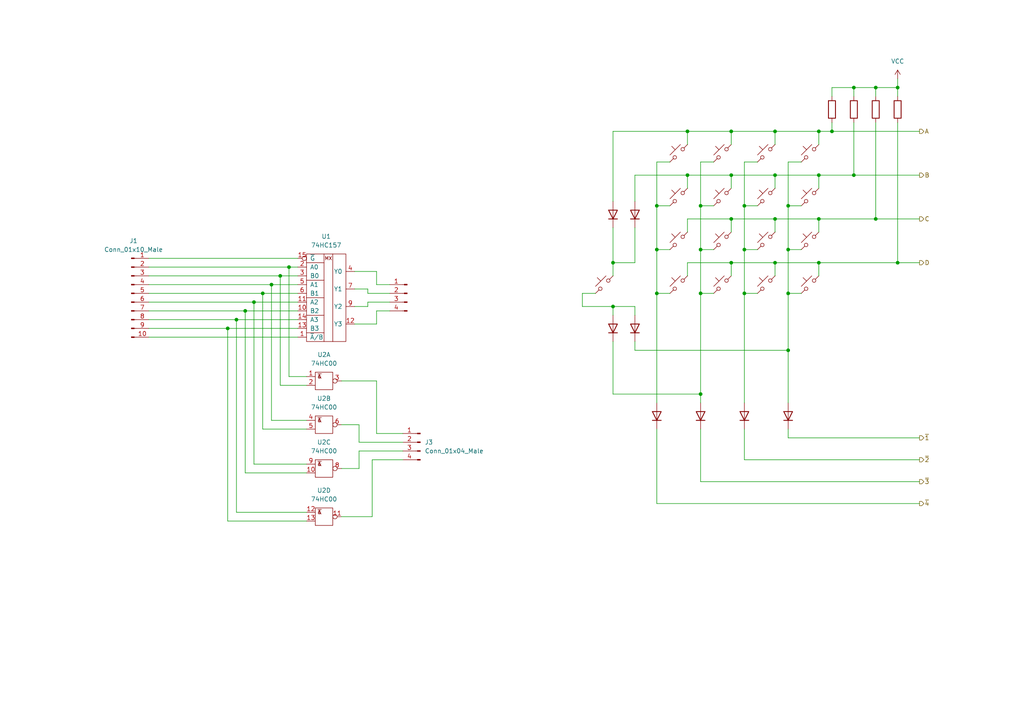
<source format=kicad_sch>
(kicad_sch (version 20211123) (generator eeschema)
  (paper "A4")
  (lib_symbols
    (symbol "74IEC:74HC00" (pin_names (offset 1.016) hide)
      (property "Reference" "U" (at 0 3.81 0))
      (property "Value" "74HC00" (at 0 -3.81 0))
      (symbol "74HC00_0_0"
        (rectangle (start -2.54 -2.54) (end 2.54 2.54))
        (text "~{&}" (at -1.27 1.27 0) (effects (font (size 1 1))))
      )
      (symbol "74HC00_0_1"
        (pin power_in line (at 2.54 2.54 180) (length 0) hide (name "VCC") (number "14"))
        (pin power_in line (at 2.54 -2.54 180) (length 0) hide (name "GND") (number "7"))
      )
      (symbol "74HC00_1_1"
        (pin input line (at -5.08 1.27 0) (length 2.54) (name "A") (number "1"))
        (pin input line (at -5.08 -1.27 0) (length 2.54) (name "B") (number "2"))
        (pin output inverted (at 5.08 0 180) (length 2.54) (name "~{Y}") (number "3"))
      )
      (symbol "74HC00_2_1"
        (pin input line (at -5.08 1.27 0) (length 2.54) (name "A") (number "4"))
        (pin input line (at -5.08 -1.27 0) (length 2.54) (name "B") (number "5"))
        (pin output inverted (at 5.08 0 180) (length 2.54) (name "~{Y}") (number "6"))
      )
      (symbol "74HC00_3_1"
        (pin input line (at -5.08 -1.27 0) (length 2.54) (name "B") (number "10"))
        (pin output inverted (at 5.08 0 180) (length 2.54) (name "~{Y}") (number "8"))
        (pin input line (at -5.08 1.27 0) (length 2.54) (name "A") (number "9"))
      )
      (symbol "74HC00_4_1"
        (pin output inverted (at 5.08 0 180) (length 2.54) (name "~{Y}") (number "11"))
        (pin input line (at -5.08 1.27 0) (length 2.54) (name "A") (number "12"))
        (pin input line (at -5.08 -1.27 0) (length 2.54) (name "B") (number "13"))
      )
    )
    (symbol "74IEC:74HC157" (pin_names (offset 1.016))
      (property "Reference" "U" (at 0 13.97 0))
      (property "Value" "74HC157" (at 0 -13.97 0))
      (symbol "74HC157_0_0"
        (text "MX" (at 0 11.43 0) (effects (font (size 1 1))))
      )
      (symbol "74HC157_0_1"
        (rectangle (start -6.35 -12.7) (end 5.08 12.7))
        (polyline (pts (xy -6.35 -10.16) (xy -1.27 -10.16)))
        (polyline (pts (xy -6.35 -5.08) (xy -1.27 -5.08)))
        (polyline (pts (xy -6.35 5.08) (xy -1.27 5.08)))
        (polyline (pts (xy -6.35 10.16) (xy -1.27 10.16)))
        (polyline (pts (xy -1.27 0) (xy -6.35 0)))
        (polyline (pts (xy -1.27 12.7) (xy -1.27 -12.7)))
        (polyline (pts (xy 1.27 -12.7) (xy 1.27 12.7)))
        (pin power_in line (at 5.08 12.7 180) (length 0) hide (name "VCC") (number "16"))
        (pin power_in line (at 5.08 -12.7 180) (length 0) hide (name "GND") (number "8"))
      )
      (symbol "74HC157_1_1"
        (pin input line (at -8.89 -11.43 0) (length 2.54) (name "~{A}/B") (number "1"))
        (pin input line (at -8.89 -3.81 0) (length 2.54) (name "B2") (number "10"))
        (pin input line (at -8.89 -1.27 0) (length 2.54) (name "A2") (number "11"))
        (pin output line (at 7.62 -7.62 180) (length 2.54) (name "Y3") (number "12"))
        (pin input line (at -8.89 -8.89 0) (length 2.54) (name "B3") (number "13"))
        (pin input line (at -8.89 -6.35 0) (length 2.54) (name "A3") (number "14"))
        (pin input inverted (at -8.89 11.43 0) (length 2.54) (name "~{G}") (number "15"))
        (pin input line (at -8.89 8.89 0) (length 2.54) (name "A0") (number "2"))
        (pin input line (at -8.89 6.35 0) (length 2.54) (name "B0") (number "3"))
        (pin output line (at 7.62 7.62 180) (length 2.54) (name "Y0") (number "4"))
        (pin input line (at -8.89 3.81 0) (length 2.54) (name "A1") (number "5"))
        (pin input line (at -8.89 1.27 0) (length 2.54) (name "B1") (number "6"))
        (pin output line (at 7.62 2.54 180) (length 2.54) (name "Y1") (number "7"))
        (pin output line (at 7.62 -2.54 180) (length 2.54) (name "Y2") (number "9"))
      )
    )
    (symbol "Connector:Conn_01x04_Male" (pin_names (offset 1.016) hide)
      (property "Reference" "J" (at 0 5.08 0))
      (property "Value" "Conn_01x04_Male" (at 0 -7.62 0))
      (symbol "Conn_01x04_Male_1_1"
        (polyline (pts (xy 1.27 -5.08) (xy 0.8636 -5.08)) (stroke (width 0.1524)))
        (polyline (pts (xy 1.27 -2.54) (xy 0.8636 -2.54)) (stroke (width 0.1524)))
        (polyline (pts (xy 1.27 0) (xy 0.8636 0)) (stroke (width 0.1524)))
        (polyline (pts (xy 1.27 2.54) (xy 0.8636 2.54)) (stroke (width 0.1524)))
        (rectangle (start 0.8636 -4.953) (end 0 -5.207) (stroke (width 0.1524)) (fill (type outline)))
        (rectangle (start 0.8636 -2.413) (end 0 -2.667) (stroke (width 0.1524)) (fill (type outline)))
        (rectangle (start 0.8636 0.127) (end 0 -0.127) (stroke (width 0.1524)) (fill (type outline)))
        (rectangle (start 0.8636 2.667) (end 0 2.413) (stroke (width 0.1524)) (fill (type outline)))
        (pin passive line (at 5.08 2.54 180) (length 3.81) (name "Pin_1") (number "1"))
        (pin passive line (at 5.08 0 180) (length 3.81) (name "Pin_2") (number "2"))
        (pin passive line (at 5.08 -2.54 180) (length 3.81) (name "Pin_3") (number "3"))
        (pin passive line (at 5.08 -5.08 180) (length 3.81) (name "Pin_4") (number "4"))
      )
    )
    (symbol "Connector:Conn_01x10_Male" (pin_names (offset 1.016) hide)
      (property "Reference" "J" (at 0 12.7 0))
      (property "Value" "Conn_01x10_Male" (at 0 -15.24 0))
      (symbol "Conn_01x10_Male_1_1"
        (polyline (pts (xy 1.27 -12.7) (xy 0.8636 -12.7)) (stroke (width 0.1524)))
        (polyline (pts (xy 1.27 -10.16) (xy 0.8636 -10.16)) (stroke (width 0.1524)))
        (polyline (pts (xy 1.27 -7.62) (xy 0.8636 -7.62)) (stroke (width 0.1524)))
        (polyline (pts (xy 1.27 -5.08) (xy 0.8636 -5.08)) (stroke (width 0.1524)))
        (polyline (pts (xy 1.27 -2.54) (xy 0.8636 -2.54)) (stroke (width 0.1524)))
        (polyline (pts (xy 1.27 0) (xy 0.8636 0)) (stroke (width 0.1524)))
        (polyline (pts (xy 1.27 2.54) (xy 0.8636 2.54)) (stroke (width 0.1524)))
        (polyline (pts (xy 1.27 5.08) (xy 0.8636 5.08)) (stroke (width 0.1524)))
        (polyline (pts (xy 1.27 7.62) (xy 0.8636 7.62)) (stroke (width 0.1524)))
        (polyline (pts (xy 1.27 10.16) (xy 0.8636 10.16)) (stroke (width 0.1524)))
        (rectangle (start 0.8636 -12.573) (end 0 -12.827) (stroke (width 0.1524)) (fill (type outline)))
        (rectangle (start 0.8636 -10.033) (end 0 -10.287) (stroke (width 0.1524)) (fill (type outline)))
        (rectangle (start 0.8636 -7.493) (end 0 -7.747) (stroke (width 0.1524)) (fill (type outline)))
        (rectangle (start 0.8636 -4.953) (end 0 -5.207) (stroke (width 0.1524)) (fill (type outline)))
        (rectangle (start 0.8636 -2.413) (end 0 -2.667) (stroke (width 0.1524)) (fill (type outline)))
        (rectangle (start 0.8636 0.127) (end 0 -0.127) (stroke (width 0.1524)) (fill (type outline)))
        (rectangle (start 0.8636 2.667) (end 0 2.413) (stroke (width 0.1524)) (fill (type outline)))
        (rectangle (start 0.8636 5.207) (end 0 4.953) (stroke (width 0.1524)) (fill (type outline)))
        (rectangle (start 0.8636 7.747) (end 0 7.493) (stroke (width 0.1524)) (fill (type outline)))
        (rectangle (start 0.8636 10.287) (end 0 10.033) (stroke (width 0.1524)) (fill (type outline)))
        (pin passive line (at 5.08 10.16 180) (length 3.81) (name "Pin_1") (number "1"))
        (pin passive line (at 5.08 -12.7 180) (length 3.81) (name "Pin_10") (number "10"))
        (pin passive line (at 5.08 7.62 180) (length 3.81) (name "Pin_2") (number "2"))
        (pin passive line (at 5.08 5.08 180) (length 3.81) (name "Pin_3") (number "3"))
        (pin passive line (at 5.08 2.54 180) (length 3.81) (name "Pin_4") (number "4"))
        (pin passive line (at 5.08 0 180) (length 3.81) (name "Pin_5") (number "5"))
        (pin passive line (at 5.08 -2.54 180) (length 3.81) (name "Pin_6") (number "6"))
        (pin passive line (at 5.08 -5.08 180) (length 3.81) (name "Pin_7") (number "7"))
        (pin passive line (at 5.08 -7.62 180) (length 3.81) (name "Pin_8") (number "8"))
        (pin passive line (at 5.08 -10.16 180) (length 3.81) (name "Pin_9") (number "9"))
      )
    )
    (symbol "Device:R" (pin_numbers hide) (pin_names (offset 0))
      (property "Reference" "R" (at 2.032 0 90))
      (property "Value" "R" (at 0 0 90))
      (symbol "R_0_1"
        (rectangle (start -1.016 -2.54) (end 1.016 2.54) (stroke (width 0.254)))
      )
      (symbol "R_1_1"
        (pin passive line (at 0 3.81 270) (length 1.27) (name "~") (number "1"))
        (pin passive line (at 0 -3.81 90) (length 1.27) (name "~") (number "2"))
      )
    )
    (symbol "Simulation_SPICE:DIODE" (pin_numbers hide) (pin_names (offset 1.016) hide)
      (property "Reference" "D" (at 0 2.54 0))
      (property "Value" "DIODE" (at 0 -2.54 0))
      (symbol "DIODE_0_1"
        (polyline (pts (xy 1.27 0) (xy -1.27 0)))
        (polyline (pts (xy 1.27 1.27) (xy 1.27 -1.27)) (stroke (width 0.254)))
        (polyline (pts (xy -1.27 -1.27) (xy -1.27 1.27) (xy 1.27 0) (xy -1.27 -1.27)) (stroke (width 0.254)))
      )
      (symbol "DIODE_1_1"
        (pin passive line (at -3.81 0 0) (length 2.54) (name "A") (number "1"))
        (pin passive line (at 3.81 0 180) (length 2.54) (name "K") (number "2"))
      )
    )
    (symbol "Switch:SW_Push_45deg" (pin_numbers hide) (pin_names (offset 1.016) hide)
      (property "Reference" "SW" (at 3.048 1.016 0))
      (property "Value" "SW_Push_45deg" (at 0 -3.81 0))
      (symbol "SW_Push_45deg_0_1"
        (circle (center -1.1684 1.1684) (radius 0.508))
        (polyline (pts (xy -0.508 2.54) (xy 2.54 -0.508)))
        (polyline (pts (xy 1.016 1.016) (xy 2.032 2.032)))
        (polyline (pts (xy -2.54 2.54) (xy -1.524 1.524) (xy -1.524 1.524)))
        (polyline (pts (xy 1.524 -1.524) (xy 2.54 -2.54) (xy 2.54 -2.54) (xy 2.54 -2.54)))
        (circle (center 1.143 -1.1938) (radius 0.508))
        (pin passive line (at -2.54 2.54 0) (length 0) (name "1") (number "1"))
        (pin passive line (at 2.54 -2.54 180) (length 0) (name "2") (number "2"))
      )
    )
    (symbol "power:VCC" (power) (pin_names (offset 0))
      (property "Value" "VCC" (at 0 3.81 0))
      (symbol "VCC_0_1"
        (polyline (pts (xy -0.762 1.27) (xy 0 2.54)))
        (polyline (pts (xy 0 0) (xy 0 2.54)))
        (polyline (pts (xy 0 2.54) (xy 0.762 1.27)))
      )
      (symbol "VCC_1_1"
        (pin power_in line (at 0 0 90) (length 0) hide (name "VCC") (number "1"))
      )
    )
  )
  (junction (at 254 25.4))
  (junction (at 190.5 72.39))
  (junction (at 237.49 63.5))
  (junction (at 228.6 72.39))
  (junction (at 76.2 85.09))
  (junction (at 215.9 72.39))
  (junction (at 203.2 85.09))
  (junction (at 177.8 76.2))
  (junction (at 177.8 88.9))
  (junction (at 199.39 38.1))
  (junction (at 260.35 25.4))
  (junction (at 66.04 95.25))
  (junction (at 78.74 82.55))
  (junction (at 212.09 76.2))
  (junction (at 190.5 59.69))
  (junction (at 228.6 101.6))
  (junction (at 224.79 38.1))
  (junction (at 224.79 76.2))
  (junction (at 68.58 92.71))
  (junction (at 203.2 114.3))
  (junction (at 260.35 76.2))
  (junction (at 215.9 85.09))
  (junction (at 83.82 77.47))
  (junction (at 254 63.5))
  (junction (at 199.39 50.8))
  (junction (at 224.79 50.8))
  (junction (at 237.49 76.2))
  (junction (at 237.49 38.1))
  (junction (at 81.28 80.01))
  (junction (at 73.66 87.63))
  (junction (at 190.5 85.09))
  (junction (at 212.09 38.1))
  (junction (at 203.2 59.69))
  (junction (at 215.9 59.69))
  (junction (at 71.12 90.17))
  (junction (at 212.09 63.5))
  (junction (at 228.6 59.69))
  (junction (at 212.09 50.8))
  (junction (at 247.65 25.4))
  (junction (at 203.2 72.39))
  (junction (at 247.65 50.8))
  (junction (at 241.3 38.1))
  (junction (at 237.49 50.8))
  (junction (at 224.79 63.5))
  (junction (at 228.6 85.09))
  (wire (pts (xy 88.9 151.13) (xy 66.04 151.13)))
  (wire (pts (xy 260.35 25.4) (xy 260.35 27.94)))
  (wire (pts (xy 237.49 76.2) (xy 260.35 76.2)))
  (wire (pts (xy 254 63.5) (xy 266.7 63.5)))
  (wire (pts (xy 88.9 148.59) (xy 68.58 148.59)))
  (wire (pts (xy 88.9 121.92) (xy 78.74 121.92)))
  (wire (pts (xy 168.91 85.09) (xy 168.91 88.9)))
  (wire (pts (xy 109.22 90.17) (xy 113.03 90.17)))
  (wire (pts (xy 107.95 133.35) (xy 116.84 133.35)))
  (wire (pts (xy 71.12 90.17) (xy 86.36 90.17)))
  (wire (pts (xy 228.6 46.99) (xy 228.6 59.69)))
  (wire (pts (xy 104.14 128.27) (xy 116.84 128.27)))
  (wire (pts (xy 215.9 59.69) (xy 219.71 59.69)))
  (wire (pts (xy 99.06 135.89) (xy 104.14 135.89)))
  (wire (pts (xy 254 35.56) (xy 254 63.5)))
  (wire (pts (xy 109.22 82.55) (xy 113.03 82.55)))
  (wire (pts (xy 177.8 99.06) (xy 177.8 114.3)))
  (wire (pts (xy 199.39 38.1) (xy 212.09 38.1)))
  (wire (pts (xy 43.18 92.71) (xy 68.58 92.71)))
  (wire (pts (xy 237.49 63.5) (xy 237.49 67.31)))
  (wire (pts (xy 43.18 77.47) (xy 83.82 77.47)))
  (wire (pts (xy 190.5 46.99) (xy 190.5 59.69)))
  (wire (pts (xy 224.79 76.2) (xy 237.49 76.2)))
  (wire (pts (xy 203.2 139.7) (xy 266.7 139.7)))
  (wire (pts (xy 106.68 88.9) (xy 106.68 87.63)))
  (wire (pts (xy 203.2 59.69) (xy 203.2 72.39)))
  (wire (pts (xy 194.31 46.99) (xy 190.5 46.99)))
  (wire (pts (xy 215.9 46.99) (xy 219.71 46.99)))
  (wire (pts (xy 199.39 50.8) (xy 212.09 50.8)))
  (wire (pts (xy 203.2 72.39) (xy 203.2 85.09)))
  (wire (pts (xy 78.74 121.92) (xy 78.74 82.55)))
  (wire (pts (xy 215.9 72.39) (xy 215.9 85.09)))
  (wire (pts (xy 228.6 72.39) (xy 232.41 72.39)))
  (wire (pts (xy 109.22 93.98) (xy 109.22 90.17)))
  (wire (pts (xy 106.68 83.82) (xy 106.68 85.09)))
  (wire (pts (xy 43.18 97.79) (xy 86.36 97.79)))
  (wire (pts (xy 104.14 130.81) (xy 116.84 130.81)))
  (wire (pts (xy 109.22 110.49) (xy 109.22 125.73)))
  (wire (pts (xy 68.58 92.71) (xy 86.36 92.71)))
  (wire (pts (xy 203.2 59.69) (xy 207.01 59.69)))
  (wire (pts (xy 199.39 80.01) (xy 199.39 76.2)))
  (wire (pts (xy 247.65 25.4) (xy 254 25.4)))
  (wire (pts (xy 212.09 76.2) (xy 212.09 80.01)))
  (wire (pts (xy 241.3 27.94) (xy 241.3 25.4)))
  (wire (pts (xy 228.6 101.6) (xy 228.6 116.84)))
  (wire (pts (xy 237.49 76.2) (xy 237.49 80.01)))
  (wire (pts (xy 215.9 46.99) (xy 215.9 59.69)))
  (wire (pts (xy 199.39 38.1) (xy 177.8 38.1)))
  (wire (pts (xy 247.65 25.4) (xy 247.65 27.94)))
  (wire (pts (xy 184.15 66.04) (xy 184.15 76.2)))
  (wire (pts (xy 43.18 82.55) (xy 78.74 82.55)))
  (wire (pts (xy 241.3 35.56) (xy 241.3 38.1)))
  (wire (pts (xy 190.5 85.09) (xy 190.5 116.84)))
  (wire (pts (xy 203.2 85.09) (xy 203.2 114.3)))
  (wire (pts (xy 224.79 76.2) (xy 224.79 80.01)))
  (wire (pts (xy 73.66 87.63) (xy 86.36 87.63)))
  (wire (pts (xy 83.82 109.22) (xy 83.82 77.47)))
  (wire (pts (xy 99.06 110.49) (xy 109.22 110.49)))
  (wire (pts (xy 66.04 151.13) (xy 66.04 95.25)))
  (wire (pts (xy 260.35 22.86) (xy 260.35 25.4)))
  (wire (pts (xy 73.66 134.62) (xy 73.66 87.63)))
  (wire (pts (xy 228.6 59.69) (xy 232.41 59.69)))
  (wire (pts (xy 106.68 87.63) (xy 113.03 87.63)))
  (wire (pts (xy 212.09 63.5) (xy 224.79 63.5)))
  (wire (pts (xy 237.49 38.1) (xy 241.3 38.1)))
  (wire (pts (xy 247.65 50.8) (xy 266.7 50.8)))
  (wire (pts (xy 215.9 133.35) (xy 266.7 133.35)))
  (wire (pts (xy 224.79 67.31) (xy 224.79 63.5)))
  (wire (pts (xy 177.8 66.04) (xy 177.8 76.2)))
  (wire (pts (xy 224.79 50.8) (xy 237.49 50.8)))
  (wire (pts (xy 184.15 88.9) (xy 184.15 91.44)))
  (wire (pts (xy 102.87 88.9) (xy 106.68 88.9)))
  (wire (pts (xy 109.22 125.73) (xy 116.84 125.73)))
  (wire (pts (xy 78.74 82.55) (xy 86.36 82.55)))
  (wire (pts (xy 43.18 90.17) (xy 71.12 90.17)))
  (wire (pts (xy 71.12 137.16) (xy 71.12 90.17)))
  (wire (pts (xy 190.5 85.09) (xy 194.31 85.09)))
  (wire (pts (xy 212.09 76.2) (xy 224.79 76.2)))
  (wire (pts (xy 228.6 85.09) (xy 232.41 85.09)))
  (wire (pts (xy 102.87 83.82) (xy 106.68 83.82)))
  (wire (pts (xy 172.72 85.09) (xy 168.91 85.09)))
  (wire (pts (xy 215.9 85.09) (xy 219.71 85.09)))
  (wire (pts (xy 184.15 76.2) (xy 177.8 76.2)))
  (wire (pts (xy 212.09 50.8) (xy 224.79 50.8)))
  (wire (pts (xy 99.06 149.86) (xy 107.95 149.86)))
  (wire (pts (xy 43.18 85.09) (xy 76.2 85.09)))
  (wire (pts (xy 168.91 88.9) (xy 177.8 88.9)))
  (wire (pts (xy 224.79 50.8) (xy 224.79 54.61)))
  (wire (pts (xy 254 25.4) (xy 254 27.94)))
  (wire (pts (xy 76.2 124.46) (xy 76.2 85.09)))
  (wire (pts (xy 177.8 38.1) (xy 177.8 58.42)))
  (wire (pts (xy 212.09 50.8) (xy 212.09 54.61)))
  (wire (pts (xy 184.15 99.06) (xy 184.15 101.6)))
  (wire (pts (xy 203.2 124.46) (xy 203.2 139.7)))
  (wire (pts (xy 184.15 50.8) (xy 184.15 58.42)))
  (wire (pts (xy 99.06 123.19) (xy 104.14 123.19)))
  (wire (pts (xy 207.01 46.99) (xy 203.2 46.99)))
  (wire (pts (xy 224.79 38.1) (xy 224.79 41.91)))
  (wire (pts (xy 104.14 135.89) (xy 104.14 130.81)))
  (wire (pts (xy 228.6 85.09) (xy 228.6 101.6)))
  (wire (pts (xy 224.79 63.5) (xy 237.49 63.5)))
  (wire (pts (xy 237.49 63.5) (xy 254 63.5)))
  (wire (pts (xy 203.2 85.09) (xy 207.01 85.09)))
  (wire (pts (xy 83.82 77.47) (xy 86.36 77.47)))
  (wire (pts (xy 254 25.4) (xy 260.35 25.4)))
  (wire (pts (xy 88.9 124.46) (xy 76.2 124.46)))
  (wire (pts (xy 199.39 76.2) (xy 212.09 76.2)))
  (wire (pts (xy 88.9 109.22) (xy 83.82 109.22)))
  (wire (pts (xy 88.9 137.16) (xy 71.12 137.16)))
  (wire (pts (xy 43.18 74.93) (xy 86.36 74.93)))
  (wire (pts (xy 106.68 85.09) (xy 113.03 85.09)))
  (wire (pts (xy 190.5 59.69) (xy 190.5 72.39)))
  (wire (pts (xy 237.49 50.8) (xy 247.65 50.8)))
  (wire (pts (xy 212.09 38.1) (xy 212.09 41.91)))
  (wire (pts (xy 76.2 85.09) (xy 86.36 85.09)))
  (wire (pts (xy 247.65 35.56) (xy 247.65 50.8)))
  (wire (pts (xy 260.35 76.2) (xy 266.7 76.2)))
  (wire (pts (xy 102.87 78.74) (xy 109.22 78.74)))
  (wire (pts (xy 81.28 111.76) (xy 81.28 80.01)))
  (wire (pts (xy 177.8 114.3) (xy 203.2 114.3)))
  (wire (pts (xy 215.9 124.46) (xy 215.9 133.35)))
  (wire (pts (xy 199.39 63.5) (xy 212.09 63.5)))
  (wire (pts (xy 190.5 146.05) (xy 266.7 146.05)))
  (wire (pts (xy 224.79 38.1) (xy 237.49 38.1)))
  (wire (pts (xy 68.58 148.59) (xy 68.58 92.71)))
  (wire (pts (xy 215.9 59.69) (xy 215.9 72.39)))
  (wire (pts (xy 228.6 59.69) (xy 228.6 72.39)))
  (wire (pts (xy 184.15 101.6) (xy 228.6 101.6)))
  (wire (pts (xy 88.9 134.62) (xy 73.66 134.62)))
  (wire (pts (xy 228.6 46.99) (xy 232.41 46.99)))
  (wire (pts (xy 190.5 72.39) (xy 194.31 72.39)))
  (wire (pts (xy 43.18 95.25) (xy 66.04 95.25)))
  (wire (pts (xy 43.18 87.63) (xy 73.66 87.63)))
  (wire (pts (xy 107.95 149.86) (xy 107.95 133.35)))
  (wire (pts (xy 203.2 114.3) (xy 203.2 116.84)))
  (wire (pts (xy 203.2 72.39) (xy 207.01 72.39)))
  (wire (pts (xy 184.15 88.9) (xy 177.8 88.9)))
  (wire (pts (xy 104.14 123.19) (xy 104.14 128.27)))
  (wire (pts (xy 190.5 59.69) (xy 194.31 59.69)))
  (wire (pts (xy 199.39 67.31) (xy 199.39 63.5)))
  (wire (pts (xy 88.9 111.76) (xy 81.28 111.76)))
  (wire (pts (xy 81.28 80.01) (xy 86.36 80.01)))
  (wire (pts (xy 228.6 124.46) (xy 228.6 127)))
  (wire (pts (xy 241.3 25.4) (xy 247.65 25.4)))
  (wire (pts (xy 190.5 72.39) (xy 190.5 85.09)))
  (wire (pts (xy 237.49 38.1) (xy 237.49 41.91)))
  (wire (pts (xy 43.18 80.01) (xy 81.28 80.01)))
  (wire (pts (xy 228.6 127) (xy 266.7 127)))
  (wire (pts (xy 260.35 35.56) (xy 260.35 76.2)))
  (wire (pts (xy 215.9 85.09) (xy 215.9 116.84)))
  (wire (pts (xy 203.2 46.99) (xy 203.2 59.69)))
  (wire (pts (xy 190.5 124.46) (xy 190.5 146.05)))
  (wire (pts (xy 228.6 72.39) (xy 228.6 85.09)))
  (wire (pts (xy 199.39 50.8) (xy 199.39 54.61)))
  (wire (pts (xy 237.49 50.8) (xy 237.49 54.61)))
  (wire (pts (xy 212.09 38.1) (xy 224.79 38.1)))
  (wire (pts (xy 66.04 95.25) (xy 86.36 95.25)))
  (wire (pts (xy 102.87 93.98) (xy 109.22 93.98)))
  (wire (pts (xy 177.8 91.44) (xy 177.8 88.9)))
  (wire (pts (xy 199.39 41.91) (xy 199.39 38.1)))
  (wire (pts (xy 212.09 63.5) (xy 212.09 67.31)))
  (wire (pts (xy 215.9 72.39) (xy 219.71 72.39)))
  (wire (pts (xy 241.3 38.1) (xy 266.7 38.1)))
  (wire (pts (xy 199.39 50.8) (xy 184.15 50.8)))
  (wire (pts (xy 109.22 78.74) (xy 109.22 82.55)))
  (wire (pts (xy 177.8 76.2) (xy 177.8 80.01)))
  (hierarchical_label "B" (shape output) (at 266.7 50.8 0))
  (hierarchical_label "~{1}" (shape output) (at 266.7 127 0))
  (hierarchical_label "~{2}" (shape output) (at 266.7 133.35 0))
  (hierarchical_label "C" (shape output) (at 266.7 63.5 0))
  (hierarchical_label "~{4}" (shape output) (at 266.7 146.05 0))
  (hierarchical_label "D" (shape output) (at 266.7 76.2 0))
  (hierarchical_label "A" (shape output) (at 266.7 38.1 0))
  (hierarchical_label "~{3}" (shape output) (at 266.7 139.7 0))
  (symbol (lib_id "Simulation_SPICE:DIODE") (at 190.5 120.65 270) (unit 1)
    (property "Reference" "D?" (effects hide))
    (property "Value" "DIODE" (effects hide))
    (property "Spice_Netlist_Enabled" "Y" (effects hide))
    (property "Spice_Primitive" "D" (effects hide))
  )
  (symbol (lib_id "Simulation_SPICE:DIODE") (at 177.8 62.23 270) (unit 1)
    (property "Reference" "D?" (effects hide))
    (property "Value" "DIODE" (effects hide))
    (property "Spice_Netlist_Enabled" "Y" (effects hide))
    (property "Spice_Primitive" "D" (effects hide))
  )
  (symbol (lib_id "Connector:Conn_01x04_Male") (at 118.11 85.09 0) (mirror y) (unit 1)
    (property "Reference" "J2" (effects hide))
    (property "Value" "Conn_01x04_Male" (effects hide))
    (property "Footprint" "Connector_PinHeader_2.54mm:PinHeader_1x04_P2.54mm_Vertical" (effects hide))
  )
  (symbol (lib_id "Device:R") (at 247.65 31.75 0) (unit 1)
    (property "Reference" "R?" (effects hide))
    (property "Value" "R" (effects hide))
  )
  (symbol (lib_id "Switch:SW_Push_45deg") (at 196.85 69.85 0) (mirror y) (unit 1)
    (property "Reference" "SW?" (effects hide))
    (property "Value" "SW_Push_45deg" (effects hide))
  )
  (symbol (lib_id "Simulation_SPICE:DIODE") (at 177.8 95.25 270) (unit 1)
    (property "Reference" "D?" (effects hide))
    (property "Value" "DIODE" (effects hide))
    (property "Spice_Netlist_Enabled" "Y" (effects hide))
    (property "Spice_Primitive" "D" (effects hide))
  )
  (symbol (lib_id "power:VCC") (at 260.35 22.86 0) (unit 1)
    (property "Reference" "#PWR?" (effects hide))
    (property "Value" "VCC" (at 260.35 17.78 0))
  )
  (symbol (lib_id "Switch:SW_Push_45deg") (at 209.55 69.85 0) (mirror y) (unit 1)
    (property "Reference" "SW?" (effects hide))
    (property "Value" "SW_Push_45deg" (effects hide))
  )
  (symbol (lib_id "Switch:SW_Push_45deg") (at 209.55 57.15 0) (mirror y) (unit 1)
    (property "Reference" "SW?" (effects hide))
    (property "Value" "SW_Push_45deg" (effects hide))
  )
  (symbol (lib_id "74IEC:74HC157") (at 95.25 86.36 0) (unit 1)
    (property "Reference" "U1" (at 94.615 68.58 0))
    (property "Value" "74HC157" (at 94.615 71.12 0))
    (property "Footprint" "Package_DIP:DIP-16_W7.62mm" (effects hide))
    (property "Datasheet" "https://www.ti.com/lit/ug/scyd013b/scyd013b.pdf" (effects hide))
    (property "VerilogInclude" "sn74lib.v" (effects hide))
    (property "VerilogCode" "SN74XX157 ${REFERENCE} (.out(Y), .a(A), b(B), sel(nA_B), str(nG));" (effects hide))
  )
  (symbol (lib_id "Simulation_SPICE:DIODE") (at 184.15 62.23 90) (mirror x) (unit 1)
    (property "Reference" "D?" (effects hide))
    (property "Value" "DIODE" (effects hide))
    (property "Spice_Netlist_Enabled" "Y" (effects hide))
    (property "Spice_Primitive" "D" (effects hide))
  )
  (symbol (lib_id "Simulation_SPICE:DIODE") (at 215.9 120.65 270) (unit 1)
    (property "Reference" "D?" (effects hide))
    (property "Value" "DIODE" (effects hide))
    (property "Spice_Netlist_Enabled" "Y" (effects hide))
    (property "Spice_Primitive" "D" (effects hide))
  )
  (symbol (lib_id "74IEC:74HC00") (at 93.98 123.19 0) (unit 2)
    (property "Reference" "U2" (at 93.98 115.57 0))
    (property "Value" "74HC00" (at 93.98 118.11 0))
    (property "Datasheet" "https://www.ti.com/lit/ug/scyd013b/scyd013b.pdf" (effects hide))
  )
  (symbol (lib_id "74IEC:74HC00") (at 93.98 149.86 0) (unit 4)
    (property "Reference" "U2" (at 93.98 142.24 0))
    (property "Value" "74HC00" (at 93.98 144.78 0))
    (property "Datasheet" "https://www.ti.com/lit/ug/scyd013b/scyd013b.pdf" (effects hide))
  )
  (symbol (lib_id "Switch:SW_Push_45deg") (at 175.26 82.55 0) (mirror y) (unit 1)
    (property "Reference" "SW?" (effects hide))
    (property "Value" "SW_Push_45deg" (effects hide))
  )
  (symbol (lib_id "Switch:SW_Push_45deg") (at 222.25 82.55 0) (mirror y) (unit 1)
    (property "Reference" "SW?" (effects hide))
    (property "Value" "SW_Push_45deg" (effects hide))
  )
  (symbol (lib_id "Switch:SW_Push_45deg") (at 209.55 44.45 0) (mirror y) (unit 1)
    (property "Reference" "SW?" (effects hide))
    (property "Value" "SW_Push_45deg" (effects hide))
  )
  (symbol (lib_id "Simulation_SPICE:DIODE") (at 203.2 120.65 90) (mirror x) (unit 1)
    (property "Reference" "D?" (effects hide))
    (property "Value" "DIODE" (effects hide))
    (property "Spice_Netlist_Enabled" "Y" (effects hide))
    (property "Spice_Primitive" "D" (effects hide))
  )
  (symbol (lib_id "Switch:SW_Push_45deg") (at 234.95 69.85 0) (mirror y) (unit 1)
    (property "Reference" "SW?" (effects hide))
    (property "Value" "SW_Push_45deg" (effects hide))
  )
  (symbol (lib_id "Device:R") (at 241.3 31.75 0) (unit 1)
    (property "Reference" "R?" (effects hide))
    (property "Value" "R" (effects hide))
  )
  (symbol (lib_id "Switch:SW_Push_45deg") (at 234.95 82.55 0) (mirror y) (unit 1)
    (property "Reference" "SW?" (effects hide))
    (property "Value" "SW_Push_45deg" (effects hide))
  )
  (symbol (lib_id "Switch:SW_Push_45deg") (at 209.55 82.55 0) (mirror y) (unit 1)
    (property "Reference" "SW?" (effects hide))
    (property "Value" "SW_Push_45deg" (effects hide))
  )
  (symbol (lib_id "Device:R") (at 260.35 31.75 0) (unit 1)
    (property "Reference" "R?" (effects hide))
    (property "Value" "R" (effects hide))
  )
  (symbol (lib_id "Switch:SW_Push_45deg") (at 222.25 69.85 0) (mirror y) (unit 1)
    (property "Reference" "SW?" (effects hide))
    (property "Value" "SW_Push_45deg" (effects hide))
  )
  (symbol (lib_id "Switch:SW_Push_45deg") (at 196.85 82.55 0) (mirror y) (unit 1)
    (property "Reference" "SW?" (effects hide))
    (property "Value" "SW_Push_45deg" (effects hide))
  )
  (symbol (lib_id "Switch:SW_Push_45deg") (at 196.85 57.15 0) (mirror y) (unit 1)
    (property "Reference" "SW?" (effects hide))
    (property "Value" "SW_Push_45deg" (effects hide))
  )
  (symbol (lib_id "74IEC:74HC00") (at 93.98 135.89 0) (unit 3)
    (property "Reference" "U2" (at 93.98 128.27 0))
    (property "Value" "74HC00" (at 93.98 130.81 0))
    (property "Datasheet" "https://www.ti.com/lit/ug/scyd013b/scyd013b.pdf" (effects hide))
  )
  (symbol (lib_id "Device:R") (at 254 31.75 0) (unit 1)
    (property "Reference" "R?" (effects hide))
    (property "Value" "R" (effects hide))
  )
  (symbol (lib_id "Simulation_SPICE:DIODE") (at 184.15 95.25 90) (mirror x) (unit 1)
    (property "Reference" "D?" (effects hide))
    (property "Value" "DIODE" (effects hide))
    (property "Spice_Netlist_Enabled" "Y" (effects hide))
    (property "Spice_Primitive" "D" (effects hide))
  )
  (symbol (lib_id "Switch:SW_Push_45deg") (at 196.85 44.45 0) (mirror y) (unit 1)
    (property "Reference" "SW?" (effects hide))
    (property "Value" "SW_Push_45deg" (effects hide))
  )
  (symbol (lib_id "Connector:Conn_01x04_Male") (at 121.92 128.27 0) (mirror y) (unit 1)
    (property "Reference" "J3" (at 123.19 128.2699 0) (effects (justify right)))
    (property "Value" "Conn_01x04_Male" (at 123.19 130.8099 0) (effects (justify right)))
    (property "Footprint" "Connector_PinHeader_2.54mm:PinHeader_1x04_P2.54mm_Vertical" (effects hide))
  )
  (symbol (lib_id "Switch:SW_Push_45deg") (at 222.25 57.15 0) (mirror y) (unit 1)
    (property "Reference" "SW?" (effects hide))
    (property "Value" "SW_Push_45deg" (effects hide))
  )
  (symbol (lib_id "Connector:Conn_01x10_Male") (at 38.1 85.09 0) (unit 1)
    (property "Reference" "J1" (at 38.735 69.85 0))
    (property "Value" "Conn_01x10_Male" (at 38.735 72.39 0))
    (property "Footprint" "Connector_PinHeader_2.54mm:PinHeader_1x10_P2.54mm_Vertical" (effects hide))
  )
  (symbol (lib_id "Simulation_SPICE:DIODE") (at 228.6 120.65 270) (unit 1)
    (property "Reference" "D?" (effects hide))
    (property "Value" "DIODE" (effects hide))
    (property "Spice_Netlist_Enabled" "Y" (effects hide))
    (property "Spice_Primitive" "D" (effects hide))
  )
  (symbol (lib_id "Switch:SW_Push_45deg") (at 234.95 44.45 0) (mirror y) (unit 1)
    (property "Reference" "SW?" (effects hide))
    (property "Value" "SW_Push_45deg" (effects hide))
  )
  (symbol (lib_id "Switch:SW_Push_45deg") (at 222.25 44.45 0) (mirror y) (unit 1)
    (property "Reference" "SW?" (effects hide))
    (property "Value" "SW_Push_45deg" (effects hide))
  )
  (symbol (lib_id "74IEC:74HC00") (at 93.98 110.49 0) (unit 1)
    (property "Reference" "U2" (at 93.98 102.87 0))
    (property "Value" "74HC00" (at 93.98 105.41 0))
    (property "Datasheet" "https://www.ti.com/lit/ug/scyd013b/scyd013b.pdf" (effects hide))
  )
  (symbol (lib_id "Switch:SW_Push_45deg") (at 234.95 57.15 0) (mirror y) (unit 1)
    (property "Reference" "SW?" (effects hide))
    (property "Value" "SW_Push_45deg" (effects hide))
  )
)
</source>
